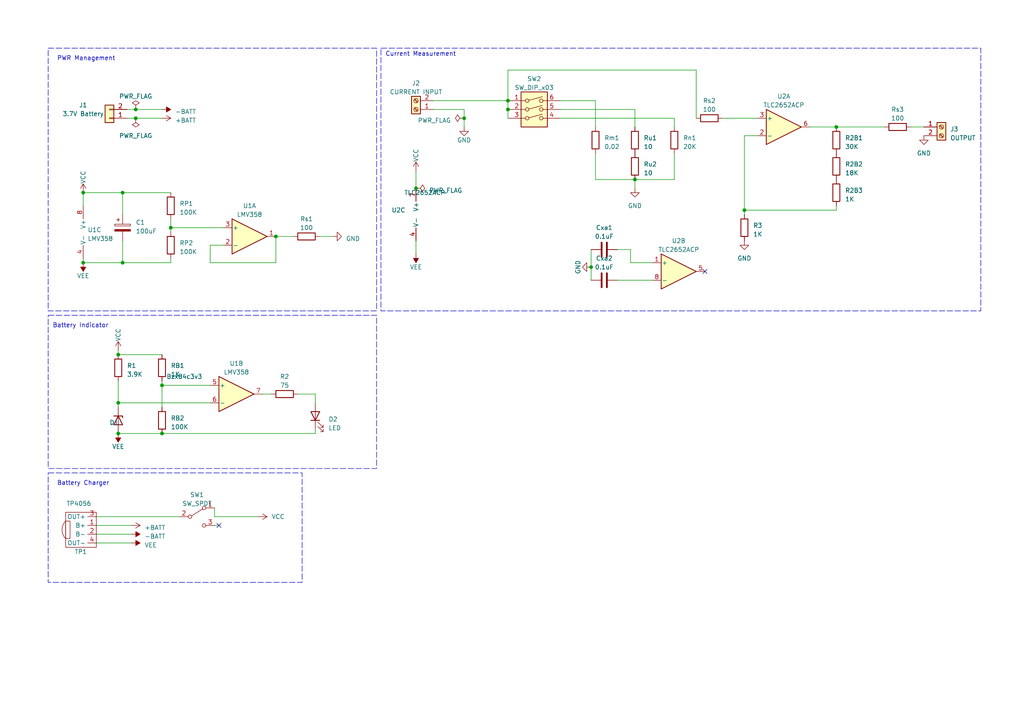
<source format=kicad_sch>
(kicad_sch (version 20230121) (generator eeschema)
  (paper "A4")
  (lib_symbols
    (symbol "Amplifier_Operational:LMV358" (pin_names (offset 0.127))
      (property "Reference" "U" (at 0 5.08 0))
      (property "Value" "LMV358" (at 0 -5.08 0))
      (symbol "LMV358_1_1"
        (polyline (pts (xy -5.08 5.08) (xy 5.08 0) (xy -5.08 -5.08) (xy -5.08 5.08)) (stroke (width 0.254)) (fill (type background)))
        (pin output line (at 7.62 0 180) (length 2.54) (name "~") (number "1"))
        (pin input line (at -7.62 -2.54 0) (length 2.54) (name "-") (number "2"))
        (pin input line (at -7.62 2.54 0) (length 2.54) (name "+") (number "3"))
      )
      (symbol "LMV358_2_1"
        (polyline (pts (xy -5.08 5.08) (xy 5.08 0) (xy -5.08 -5.08) (xy -5.08 5.08)) (stroke (width 0.254)) (fill (type background)))
        (pin input line (at -7.62 2.54 0) (length 2.54) (name "+") (number "5"))
        (pin input line (at -7.62 -2.54 0) (length 2.54) (name "-") (number "6"))
        (pin output line (at 7.62 0 180) (length 2.54) (name "~") (number "7"))
      )
      (symbol "LMV358_3_1"
        (pin power_in line (at -2.54 -7.62 90) (length 3.81) (name "V-") (number "4"))
        (pin power_in line (at -2.54 7.62 270) (length 3.81) (name "V+") (number "8"))
      )
    )
    (symbol "Connector:Screw_Terminal_01x02" (pin_names (offset 1.016) hide)
      (property "Reference" "J" (at 0 2.54 0))
      (property "Value" "Screw_Terminal_01x02" (at 0 -5.08 0))
      (symbol "Screw_Terminal_01x02_1_1"
        (rectangle (start -1.27 1.27) (end 1.27 -3.81) (stroke (width 0.254)) (fill (type background)))
        (circle (center 0 -2.54) (radius 0.635) (stroke (width 0.1524)))
        (polyline (pts (xy -0.5334 -2.2098) (xy 0.3302 -3.048)) (stroke (width 0.1524)))
        (polyline (pts (xy -0.5334 0.3302) (xy 0.3302 -0.508)) (stroke (width 0.1524)))
        (polyline (pts (xy -0.3556 -2.032) (xy 0.508 -2.8702)) (stroke (width 0.1524)))
        (polyline (pts (xy -0.3556 0.508) (xy 0.508 -0.3302)) (stroke (width 0.1524)))
        (circle (center 0 0) (radius 0.635) (stroke (width 0.1524)))
        (pin passive line (at -5.08 0 0) (length 3.81) (name "Pin_1") (number "1"))
        (pin passive line (at -5.08 -2.54 0) (length 3.81) (name "Pin_2") (number "2"))
      )
    )
    (symbol "Connector_Generic:Conn_01x02" (pin_names (offset 1.016) hide)
      (property "Reference" "J" (at 0 2.54 0))
      (property "Value" "Conn_01x02" (at 0 -5.08 0))
      (symbol "Conn_01x02_1_1"
        (rectangle (start -1.27 -2.413) (end 0 -2.667) (stroke (width 0.1524)))
        (rectangle (start -1.27 0.127) (end 0 -0.127) (stroke (width 0.1524)))
        (rectangle (start -1.27 1.27) (end 1.27 -3.81) (stroke (width 0.254)) (fill (type background)))
        (pin passive line (at -5.08 0 0) (length 3.81) (name "Pin_1") (number "1"))
        (pin passive line (at -5.08 -2.54 0) (length 3.81) (name "Pin_2") (number "2"))
      )
    )
    (symbol "Device:C" (pin_numbers hide) (pin_names (offset 0.254))
      (property "Reference" "C" (at 0.635 2.54 0))
      (property "Value" "C" (at 0.635 -2.54 0))
      (symbol "C_0_1"
        (polyline (pts (xy -2.032 -0.762) (xy 2.032 -0.762)) (stroke (width 0.508)))
        (polyline (pts (xy -2.032 0.762) (xy 2.032 0.762)) (stroke (width 0.508)))
      )
      (symbol "C_1_1"
        (pin passive line (at 0 3.81 270) (length 2.794) (name "~") (number "1"))
        (pin passive line (at 0 -3.81 90) (length 2.794) (name "~") (number "2"))
      )
    )
    (symbol "Device:C_Polarized" (pin_numbers hide) (pin_names (offset 0.254))
      (property "Reference" "C" (at 0.635 2.54 0))
      (property "Value" "C_Polarized" (at 0.635 -2.54 0))
      (symbol "C_Polarized_0_1"
        (rectangle (start -2.286 0.508) (end 2.286 1.016))
        (polyline (pts (xy -1.778 2.286) (xy -0.762 2.286)))
        (polyline (pts (xy -1.27 2.794) (xy -1.27 1.778)))
        (rectangle (start 2.286 -0.508) (end -2.286 -1.016) (fill (type outline)))
      )
      (symbol "C_Polarized_1_1"
        (pin passive line (at 0 3.81 270) (length 2.794) (name "~") (number "1"))
        (pin passive line (at 0 -3.81 90) (length 2.794) (name "~") (number "2"))
      )
    )
    (symbol "Device:LED" (pin_numbers hide) (pin_names (offset 1.016) hide)
      (property "Reference" "D" (at 0 2.54 0))
      (property "Value" "LED" (at 0 -2.54 0))
      (symbol "LED_0_1"
        (polyline (pts (xy -1.27 -1.27) (xy -1.27 1.27)) (stroke (width 0.254)))
        (polyline (pts (xy -1.27 0) (xy 1.27 0)))
        (polyline (pts (xy 1.27 -1.27) (xy 1.27 1.27) (xy -1.27 0) (xy 1.27 -1.27)) (stroke (width 0.254)))
        (polyline (pts (xy -3.048 -0.762) (xy -4.572 -2.286) (xy -3.81 -2.286) (xy -4.572 -2.286) (xy -4.572 -1.524)))
        (polyline (pts (xy -1.778 -0.762) (xy -3.302 -2.286) (xy -2.54 -2.286) (xy -3.302 -2.286) (xy -3.302 -1.524)))
      )
      (symbol "LED_1_1"
        (pin passive line (at -3.81 0 0) (length 2.54) (name "K") (number "1"))
        (pin passive line (at 3.81 0 180) (length 2.54) (name "A") (number "2"))
      )
    )
    (symbol "Device:R" (pin_numbers hide) (pin_names (offset 0))
      (property "Reference" "R" (at 2.032 0 90))
      (property "Value" "R" (at 0 0 90))
      (symbol "R_0_1"
        (rectangle (start -1.016 -2.54) (end 1.016 2.54) (stroke (width 0.254)))
      )
      (symbol "R_1_1"
        (pin passive line (at 0 3.81 270) (length 1.27) (name "~") (number "1"))
        (pin passive line (at 0 -3.81 90) (length 1.27) (name "~") (number "2"))
      )
    )
    (symbol "Diode:1N47xxA" (pin_numbers hide) (pin_names hide)
      (property "Reference" "D1" (at 0.635 -2.54 90))
      (property "Value" "Bzx84c3v3" (at -12.7 13.97 90))
      (symbol "1N47xxA_0_1"
        (polyline (pts (xy 1.27 0) (xy -1.27 0)))
        (polyline (pts (xy -1.27 -1.27) (xy -1.27 1.27) (xy -0.762 1.27)) (stroke (width 0.254)))
        (polyline (pts (xy 1.27 -1.27) (xy 1.27 1.27) (xy -1.27 0) (xy 1.27 -1.27)) (stroke (width 0.254)))
      )
      (symbol "1N47xxA_1_1"
        (pin passive line (at 3.81 0 180) (length 2.54) (name "A") (number "1"))
        (pin passive line (at -3.81 0 0) (length 2.54) (name "K") (number "2"))
      )
    )
    (symbol "Switch:SW_DIP_x03" (pin_names (offset 0) hide)
      (property "Reference" "SW" (at 0 8.89 0))
      (property "Value" "SW_DIP_x03" (at 0 -3.81 0))
      (symbol "SW_DIP_x03_0_0"
        (circle (center -2.032 0) (radius 0.508))
        (circle (center -2.032 2.54) (radius 0.508))
        (circle (center -2.032 5.08) (radius 0.508))
        (polyline (pts (xy -1.524 0.127) (xy 2.3622 1.1684)))
        (polyline (pts (xy -1.524 2.667) (xy 2.3622 3.7084)))
        (polyline (pts (xy -1.524 5.207) (xy 2.3622 6.2484)))
        (circle (center 2.032 0) (radius 0.508))
        (circle (center 2.032 2.54) (radius 0.508))
        (circle (center 2.032 5.08) (radius 0.508))
      )
      (symbol "SW_DIP_x03_0_1"
        (rectangle (start -3.81 7.62) (end 3.81 -2.54) (stroke (width 0.254)) (fill (type background)))
      )
      (symbol "SW_DIP_x03_1_1"
        (pin passive line (at -7.62 5.08 0) (length 5.08) (name "~") (number "1"))
        (pin passive line (at -7.62 2.54 0) (length 5.08) (name "~") (number "2"))
        (pin passive line (at -7.62 0 0) (length 5.08) (name "~") (number "3"))
        (pin passive line (at 7.62 0 180) (length 5.08) (name "~") (number "4"))
        (pin passive line (at 7.62 2.54 180) (length 5.08) (name "~") (number "5"))
        (pin passive line (at 7.62 5.08 180) (length 5.08) (name "~") (number "6"))
      )
    )
    (symbol "Switch:SW_SPDT" (pin_names (offset 0) hide)
      (property "Reference" "SW" (at 0 4.318 0))
      (property "Value" "SW_SPDT" (at 0 -5.08 0))
      (symbol "SW_SPDT_0_0"
        (circle (center -2.032 0) (radius 0.508))
        (circle (center 2.032 -2.54) (radius 0.508))
      )
      (symbol "SW_SPDT_0_1"
        (polyline (pts (xy -1.524 0.254) (xy 1.651 2.286)))
        (circle (center 2.032 2.54) (radius 0.508))
      )
      (symbol "SW_SPDT_1_1"
        (pin passive line (at 5.08 2.54 180) (length 2.54) (name "A") (number "1"))
        (pin passive line (at -5.08 0 0) (length 2.54) (name "B") (number "2"))
        (pin passive line (at 5.08 -2.54 180) (length 2.54) (name "C") (number "3"))
      )
    )
    (symbol "TL072_1" (pin_names (offset 0.127))
      (property "Reference" "U2" (at 0 8.89 0))
      (property "Value" "TLC2652ACP" (at 0 6.35 0))
      (symbol "TL072_1_1_1"
        (polyline (pts (xy -5.08 5.08) (xy 5.08 0) (xy -5.08 -5.08) (xy -5.08 5.08)) (stroke (width 0.254)) (fill (type background)))
        (pin input line (at -7.62 -2.54 0) (length 2.54) (name "-") (number "2"))
        (pin input line (at -7.62 2.54 0) (length 2.54) (name "+") (number "3"))
        (pin output line (at 7.62 0 180) (length 2.54) (name "~") (number "6"))
      )
      (symbol "TL072_1_2_1"
        (polyline (pts (xy -5.08 5.08) (xy 5.08 0) (xy -5.08 -5.08) (xy -5.08 5.08)) (stroke (width 0.254)) (fill (type background)))
        (pin input line (at -7.62 2.54 0) (length 2.54) (name "+") (number "1"))
        (pin output line (at 7.62 0 180) (length 2.54) (name "~") (number "5"))
        (pin input line (at -7.62 -2.54 0) (length 2.54) (name "-") (number "8"))
      )
      (symbol "TL072_1_3_1"
        (pin power_in line (at -2.54 -7.62 90) (length 3.81) (name "V-") (number "4"))
        (pin power_in line (at -2.54 7.62 270) (length 3.81) (name "V+") (number "7"))
      )
    )
    (symbol "TL072_2" (pin_names (offset 0.127))
      (property "Reference" "U2" (at 0 8.89 0))
      (property "Value" "TLC2652ACP" (at 0 6.35 0))
      (symbol "TL072_2_1_1"
        (polyline (pts (xy -5.08 5.08) (xy 5.08 0) (xy -5.08 -5.08) (xy -5.08 5.08)) (stroke (width 0.254)) (fill (type background)))
        (pin input line (at -7.62 -2.54 0) (length 2.54) (name "-") (number "2"))
        (pin input line (at -7.62 2.54 0) (length 2.54) (name "+") (number "3"))
        (pin output line (at 7.62 0 180) (length 2.54) (name "~") (number "6"))
      )
      (symbol "TL072_2_2_1"
        (polyline (pts (xy -5.08 5.08) (xy 5.08 0) (xy -5.08 -5.08) (xy -5.08 5.08)) (stroke (width 0.254)) (fill (type background)))
        (pin input line (at -7.62 2.54 0) (length 2.54) (name "+") (number "1"))
        (pin output line (at 7.62 0 180) (length 2.54) (name "~") (number "5"))
        (pin input line (at -7.62 -2.54 0) (length 2.54) (name "-") (number "8"))
      )
      (symbol "TL072_2_3_1"
        (pin power_in line (at -2.54 -7.62 90) (length 3.81) (name "V-") (number "4"))
        (pin power_in line (at -2.54 7.62 270) (length 3.81) (name "V+") (number "7"))
      )
    )
    (symbol "TP4056:TP4056-mod"
      (property "Reference" "TP1" (at 0 2.54 90))
      (property "Value" "TP4056" (at -7.62 -1.27 90))
      (symbol "TP4056-mod_0_1"
        (rectangle (start -5.08 3.81) (end 5.08 -5.08))
        (arc (start -2.54 -5.08) (mid 0 -6.1321) (end 2.54 -5.08))
        (rectangle (start -2.54 -3.81) (end 2.54 -5.08))
      )
      (symbol "TP4056-mod_1_1"
        (pin input line (at -1.27 3.81 270) (length 2.54) (name "B+") (number "1"))
        (pin input line (at 1.27 3.81 270) (length 2.54) (name "B-") (number "2"))
        (pin output line (at -3.81 3.81 270) (length 2.54) (name "OUT+") (number "3"))
        (pin output line (at 3.81 3.81 270) (length 2.54) (name "OUT-") (number "4"))
      )
    )
    (symbol "power:+BATT" (power) (pin_names (offset 0))
      (property "Value" "+BATT" (at 0 3.556 0))
      (symbol "+BATT_0_1"
        (polyline (pts (xy -0.762 1.27) (xy 0 2.54)))
        (polyline (pts (xy 0 0) (xy 0 2.54)))
        (polyline (pts (xy 0 2.54) (xy 0.762 1.27)))
      )
      (symbol "+BATT_1_1"
        (pin power_in line (at 0 0 90) (length 0) hide (name "+BATT") (number "1"))
      )
    )
    (symbol "power:-BATT" (power) (pin_names (offset 0))
      (property "Value" "-BATT" (at 0 3.556 0))
      (symbol "-BATT_0_1"
        (polyline (pts (xy 0 0) (xy 0 2.54)))
        (polyline (pts (xy 0.762 1.27) (xy -0.762 1.27) (xy 0 2.54) (xy 0.762 1.27)) (fill (type outline)))
      )
      (symbol "-BATT_1_1"
        (pin power_in line (at 0 0 90) (length 0) hide (name "-BATT") (number "1"))
      )
    )
    (symbol "power:GND" (power) (pin_names (offset 0))
      (property "Value" "GND" (at 0 -3.81 0))
      (symbol "GND_0_1"
        (polyline (pts (xy 0 0) (xy 0 -1.27) (xy 1.27 -1.27) (xy 0 -2.54) (xy -1.27 -1.27) (xy 0 -1.27)))
      )
      (symbol "GND_1_1"
        (pin power_in line (at 0 0 270) (length 0) hide (name "GND") (number "1"))
      )
    )
    (symbol "power:PWR_FLAG" (power) (pin_numbers hide) (pin_names (offset 0) hide)
      (property "Value" "PWR_FLAG" (at 0 3.81 0))
      (symbol "PWR_FLAG_0_0"
        (pin power_out line (at 0 0 90) (length 0) (name "pwr") (number "1"))
      )
      (symbol "PWR_FLAG_0_1"
        (polyline (pts (xy 0 0) (xy 0 1.27) (xy -1.016 1.905) (xy 0 2.54) (xy 1.016 1.905) (xy 0 1.27)))
      )
    )
    (symbol "power:VCC" (power) (pin_names (offset 0))
      (property "Value" "VCC" (at 0 3.81 0))
      (symbol "VCC_0_1"
        (polyline (pts (xy -0.762 1.27) (xy 0 2.54)))
        (polyline (pts (xy 0 0) (xy 0 2.54)))
        (polyline (pts (xy 0 2.54) (xy 0.762 1.27)))
      )
      (symbol "VCC_1_1"
        (pin power_in line (at 0 0 90) (length 0) hide (name "VCC") (number "1"))
      )
    )
    (symbol "power:VEE" (power) (pin_names (offset 0))
      (property "Value" "VEE" (at 0 3.81 0))
      (symbol "VEE_0_1"
        (polyline (pts (xy 0 0) (xy 0 2.54)))
        (polyline (pts (xy 0.762 1.27) (xy -0.762 1.27) (xy 0 2.54) (xy 0.762 1.27)) (fill (type outline)))
      )
      (symbol "VEE_1_1"
        (pin power_in line (at 0 0 90) (length 0) hide (name "VEE") (number "1"))
      )
    )
  )
  (junction (at 171.45 77.47))
  (junction (at 24.13 76.2))
  (junction (at 39.37 31.75))
  (junction (at 35.56 76.2))
  (junction (at 46.99 111.76))
  (junction (at 49.53 66.04))
  (junction (at 242.57 36.83))
  (junction (at 46.99 125.73))
  (junction (at 147.32 31.75))
  (junction (at 39.37 34.29))
  (junction (at 34.29 125.73))
  (junction (at 215.9 60.96))
  (junction (at 184.15 52.07))
  (junction (at 147.32 29.21))
  (junction (at 80.01 68.58))
  (junction (at 34.29 116.84))
  (junction (at 35.56 55.88))
  (junction (at 134.62 34.29))
  (junction (at 34.29 102.87))
  (junction (at 120.65 54.61))
  (junction (at 24.13 55.88))
  (no_connect (at 63.5 152.4))
  (no_connect (at 204.47 78.74))
  (wire (pts (xy 134.62 31.75) (xy 134.62 34.29)))
  (wire (pts (xy 172.72 29.21) (xy 172.72 36.83)))
  (wire (pts (xy 39.37 31.75) (xy 46.99 31.75)))
  (wire (pts (xy 92.71 68.58) (xy 96.52 68.58)))
  (wire (pts (xy 91.44 125.73) (xy 46.99 125.73)))
  (wire (pts (xy 27.94 154.94) (xy 38.1 154.94)))
  (wire (pts (xy 63.5 152.4) (xy 62.23 152.4)))
  (wire (pts (xy 36.83 31.75) (xy 39.37 31.75)))
  (wire (pts (xy 172.72 44.45) (xy 172.72 52.07)))
  (wire (pts (xy 172.72 52.07) (xy 184.15 52.07)))
  (wire (pts (xy 76.2 114.3) (xy 78.74 114.3)))
  (wire (pts (xy 35.56 76.2) (xy 49.53 76.2)))
  (wire (pts (xy 179.07 72.39) (xy 182.88 72.39)))
  (wire (pts (xy 24.13 76.2) (xy 35.56 76.2)))
  (wire (pts (xy 184.15 54.61) (xy 184.15 52.07)))
  (wire (pts (xy 184.15 31.75) (xy 184.15 36.83)))
  (wire (pts (xy 27.94 157.48) (xy 38.1 157.48)))
  (wire (pts (xy 182.88 76.2) (xy 189.23 76.2)))
  (wire (pts (xy 86.36 114.3) (xy 91.44 114.3)))
  (wire (pts (xy 184.15 52.07) (xy 195.58 52.07)))
  (wire (pts (xy 62.23 149.86) (xy 74.93 149.86)))
  (wire (pts (xy 162.56 29.21) (xy 172.72 29.21)))
  (wire (pts (xy 201.93 20.32) (xy 201.93 34.29)))
  (wire (pts (xy 215.9 62.23) (xy 215.9 60.96)))
  (wire (pts (xy 195.58 34.29) (xy 195.58 36.83)))
  (wire (pts (xy 34.29 102.87) (xy 46.99 102.87)))
  (wire (pts (xy 171.45 72.39) (xy 171.45 77.47)))
  (wire (pts (xy 36.83 34.29) (xy 39.37 34.29)))
  (wire (pts (xy 24.13 55.88) (xy 35.56 55.88)))
  (wire (pts (xy 134.62 34.29) (xy 134.62 36.83)))
  (wire (pts (xy 147.32 29.21) (xy 147.32 31.75)))
  (wire (pts (xy 162.56 31.75) (xy 184.15 31.75)))
  (wire (pts (xy 182.88 72.39) (xy 182.88 76.2)))
  (wire (pts (xy 242.57 36.83) (xy 256.54 36.83)))
  (wire (pts (xy 24.13 59.69) (xy 24.13 55.88)))
  (wire (pts (xy 171.45 77.47) (xy 171.45 81.28)))
  (wire (pts (xy 34.29 116.84) (xy 60.96 116.84)))
  (wire (pts (xy 215.9 60.96) (xy 242.57 60.96)))
  (wire (pts (xy 39.37 34.29) (xy 46.99 34.29)))
  (wire (pts (xy 27.94 152.4) (xy 38.1 152.4)))
  (wire (pts (xy 60.96 76.2) (xy 80.01 76.2)))
  (wire (pts (xy 120.65 73.66) (xy 120.65 69.85)))
  (wire (pts (xy 209.55 34.29) (xy 219.71 34.29)))
  (wire (pts (xy 242.57 60.96) (xy 242.57 59.69)))
  (wire (pts (xy 120.65 49.53) (xy 120.65 54.61)))
  (wire (pts (xy 264.16 36.83) (xy 267.97 36.83)))
  (wire (pts (xy 125.73 29.21) (xy 147.32 29.21)))
  (wire (pts (xy 60.96 71.12) (xy 60.96 76.2)))
  (wire (pts (xy 147.32 29.21) (xy 147.32 20.32)))
  (wire (pts (xy 49.53 66.04) (xy 49.53 67.31)))
  (wire (pts (xy 162.56 34.29) (xy 195.58 34.29)))
  (wire (pts (xy 34.29 125.73) (xy 46.99 125.73)))
  (wire (pts (xy 35.56 55.88) (xy 49.53 55.88)))
  (wire (pts (xy 27.94 149.86) (xy 52.07 149.86)))
  (wire (pts (xy 35.56 55.88) (xy 35.56 62.23)))
  (wire (pts (xy 91.44 114.3) (xy 91.44 116.84)))
  (wire (pts (xy 35.56 69.85) (xy 35.56 76.2)))
  (wire (pts (xy 80.01 68.58) (xy 85.09 68.58)))
  (wire (pts (xy 215.9 39.37) (xy 215.9 60.96)))
  (wire (pts (xy 49.53 66.04) (xy 64.77 66.04)))
  (wire (pts (xy 179.07 81.28) (xy 189.23 81.28)))
  (wire (pts (xy 49.53 63.5) (xy 49.53 66.04)))
  (wire (pts (xy 34.29 101.6) (xy 34.29 102.87)))
  (wire (pts (xy 147.32 31.75) (xy 147.32 34.29)))
  (wire (pts (xy 91.44 124.46) (xy 91.44 125.73)))
  (wire (pts (xy 24.13 74.93) (xy 24.13 76.2)))
  (wire (pts (xy 46.99 111.76) (xy 60.96 111.76)))
  (wire (pts (xy 147.32 20.32) (xy 201.93 20.32)))
  (wire (pts (xy 46.99 111.76) (xy 46.99 118.11)))
  (wire (pts (xy 34.29 116.84) (xy 34.29 118.11)))
  (wire (pts (xy 80.01 76.2) (xy 80.01 68.58)))
  (wire (pts (xy 46.99 110.49) (xy 46.99 111.76)))
  (wire (pts (xy 125.73 31.75) (xy 134.62 31.75)))
  (wire (pts (xy 34.29 110.49) (xy 34.29 116.84)))
  (wire (pts (xy 49.53 76.2) (xy 49.53 74.93)))
  (wire (pts (xy 234.95 36.83) (xy 242.57 36.83)))
  (wire (pts (xy 60.96 71.12) (xy 64.77 71.12)))
  (wire (pts (xy 215.9 39.37) (xy 219.71 39.37)))
  (wire (pts (xy 62.23 147.32) (xy 62.23 149.86)))
  (wire (pts (xy 195.58 44.45) (xy 195.58 52.07)))
  (rectangle (start 13.97 91.44) (end 109.22 135.89) (stroke (width 0) (type dash)))
  (rectangle (start 13.97 13.97) (end 109.22 90.17) (stroke (width 0) (type dash)))
  (rectangle (start 110.49 13.97) (end 284.48 90.17) (stroke (width 0) (type dash)))
  (rectangle (start 13.97 137.16) (end 87.63 168.91) (stroke (width 0) (type dash)))
  (text "PWR Management\n" (at 16.51 17.78 0) (effects (font (size 1.27 1.27)) (justify left bottom)))
  (text "Battery Indicator\n" (at 15.24 95.25 0) (effects (font (size 1.27 1.27)) (justify left bottom)))
  (text "Current Measurement" (at 111.76 16.51 0) (effects (font (size 1.27 1.27)) (justify left bottom)))
  (text "Battery Charger" (at 16.51 140.97 0) (effects (font (size 1.27 1.27)) (justify left bottom)))
  (symbol (lib_id "power:GND") (at 96.52 68.58 90) (unit 1)
    (property "Reference" "#PWR011" (effects hide))
    (property "Value" "GND" (at 100.33 69.215 90) (effects (justify right)))
  )
  (symbol (lib_id "Device:R") (at 49.53 59.69 0) (unit 1)
    (property "Reference" "RP1" (at 52.07 59.055 0) (effects (justify left)))
    (property "Value" "100K" (at 52.07 61.595 0) (effects (justify left)))
    (property "Footprint" "Resistor_SMD:R_1206_3216Metric_Pad1.30x1.75mm_HandSolder" (effects hide))
  )
  (symbol (lib_id "Device:R") (at 49.53 71.12 0) (unit 1)
    (property "Reference" "RP2" (at 52.07 70.485 0) (effects (justify left)))
    (property "Value" "100K" (at 52.07 73.025 0) (effects (justify left)))
    (property "Footprint" "Resistor_SMD:R_1206_3216Metric_Pad1.30x1.75mm_HandSolder" (effects hide))
  )
  (symbol (lib_id "Device:C") (at 175.26 72.39 270) (unit 1)
    (property "Reference" "Cxa1" (at 175.26 66.04 90))
    (property "Value" "0.1uF" (at 175.26 68.58 90))
    (property "Footprint" "Capacitor_SMD:C_0805_2012Metric_Pad1.18x1.45mm_HandSolder" (effects hide))
  )
  (symbol (lib_id "Device:R") (at 260.35 36.83 90) (unit 1)
    (property "Reference" "Rs3" (at 260.35 31.75 90))
    (property "Value" "100" (at 260.35 34.29 90))
    (property "Footprint" "Resistor_SMD:R_1206_3216Metric_Pad1.30x1.75mm_HandSolder" (effects hide))
  )
  (symbol (lib_id "power:PWR_FLAG") (at 39.37 31.75 0) (unit 1)
    (property "Reference" "#FLG01" (effects hide))
    (property "Value" "PWR_FLAG" (at 39.37 27.94 0))
  )
  (symbol (lib_id "power:GND") (at 215.9 69.85 0) (unit 1)
    (property "Reference" "#PWR017" (effects hide))
    (property "Value" "GND" (at 215.9 74.93 0))
  )
  (symbol (lib_id "power:VEE") (at 34.29 125.73 180) (unit 1)
    (property "Reference" "#PWR04" (effects hide))
    (property "Value" "VEE" (at 34.29 129.54 0))
  )
  (symbol (lib_id "Switch:SW_DIP_x03") (at 154.94 34.29 0) (unit 1)
    (property "Reference" "SW2" (at 154.94 22.86 0))
    (property "Value" "SW_DIP_x03" (at 154.94 25.4 0))
    (property "Footprint" "Button_Switch_THT:SW_DIP_SPSTx03_Slide_9.78x9.8mm_W7.62mm_P2.54mm" (effects hide))
  )
  (symbol (lib_id "Device:R") (at 88.9 68.58 90) (unit 1)
    (property "Reference" "Rs1" (at 88.9 63.5 90))
    (property "Value" "100" (at 88.9 66.04 90))
    (property "Footprint" "Resistor_SMD:R_1206_3216Metric_Pad1.30x1.75mm_HandSolder" (effects hide))
  )
  (symbol (lib_id "Device:R") (at 172.72 40.64 0) (unit 1)
    (property "Reference" "Rm1" (at 175.26 40.005 0) (effects (justify left)))
    (property "Value" "0.02" (at 175.26 42.545 0) (effects (justify left)))
    (property "Footprint" "Custom:ShuntRes" (effects hide))
  )
  (symbol (lib_id "Amplifier_Operational:LMV358") (at 26.67 67.31 0) (unit 3)
    (property "Reference" "U1" (at 25.4 66.675 0) (effects (justify left)))
    (property "Value" "LMV358" (at 25.4 69.215 0) (effects (justify left)))
    (property "Footprint" "Custom:LMV358" (effects hide))
    (property "Datasheet" "http://www.ti.com/lit/ds/symlink/lmv324.pdf" (effects hide))
  )
  (symbol (lib_id "Device:R") (at 195.58 40.64 0) (unit 1)
    (property "Reference" "Rn1" (at 198.12 40.005 0) (effects (justify left)))
    (property "Value" "20K" (at 198.12 42.545 0) (effects (justify left)))
    (property "Footprint" "Resistor_SMD:R_1206_3216Metric_Pad1.30x1.75mm_HandSolder" (effects hide))
  )
  (symbol (lib_id "power:PWR_FLAG") (at 120.65 54.61 270) (unit 1)
    (property "Reference" "#FLG03" (effects hide))
    (property "Value" "PWR_FLAG" (at 124.46 55.245 90) (effects (justify left)))
  )
  (symbol (lib_id "Device:R") (at 46.99 106.68 0) (unit 1)
    (property "Reference" "RB1" (at 49.53 106.045 0) (effects (justify left)))
    (property "Value" "1K" (at 49.53 108.585 0) (effects (justify left)))
    (property "Footprint" "Resistor_SMD:R_1206_3216Metric_Pad1.30x1.75mm_HandSolder" (effects hide))
  )
  (symbol (lib_id "Device:R") (at 184.15 40.64 0) (unit 1)
    (property "Reference" "Ru1" (at 186.69 40.005 0) (effects (justify left)))
    (property "Value" "10" (at 186.69 42.545 0) (effects (justify left)))
    (property "Footprint" "Resistor_SMD:R_1206_3216Metric_Pad1.30x1.75mm_HandSolder" (effects hide))
  )
  (symbol (lib_id "power:+BATT") (at 38.1 152.4 270) (unit 1)
    (property "Reference" "#PWR05" (effects hide))
    (property "Value" "+BATT" (at 41.91 153.035 90) (effects (justify left)))
  )
  (symbol (lib_id "Device:R") (at 215.9 66.04 0) (unit 1)
    (property "Reference" "R3" (at 218.44 65.405 0) (effects (justify left)))
    (property "Value" "1K" (at 218.44 67.945 0) (effects (justify left)))
    (property "Footprint" "Resistor_SMD:R_1206_3216Metric_Pad1.30x1.75mm_HandSolder" (effects hide))
  )
  (symbol (lib_id "power:GND") (at 267.97 39.37 0) (unit 1)
    (property "Reference" "#PWR018" (effects hide))
    (property "Value" "GND" (at 267.97 44.45 0))
  )
  (symbol (lib_name "TL072_2") (lib_id "Amplifier_Operational:TL072") (at 227.33 36.83 0) (unit 1)
    (property "Reference" "U2" (at 227.33 27.94 0))
    (property "Value" "TLC2652ACP" (at 227.33 30.48 0))
    (property "Footprint" "Package_DIP:DIP-8_W7.62mm_Socket" (effects hide))
    (property "Datasheet" "http://www.ti.com/lit/ds/symlink/tl071.pdf" (effects hide))
  )
  (symbol (lib_id "Device:C") (at 175.26 81.28 270) (unit 1)
    (property "Reference" "Cxa2" (at 175.26 74.93 90))
    (property "Value" "0.1uF" (at 175.26 77.47 90))
    (property "Footprint" "Capacitor_SMD:C_0805_2012Metric_Pad1.18x1.45mm_HandSolder" (effects hide))
  )
  (symbol (lib_id "Device:R") (at 82.55 114.3 90) (unit 1)
    (property "Reference" "R2" (at 82.55 109.22 90))
    (property "Value" "75" (at 82.55 111.76 90))
    (property "Footprint" "Resistor_SMD:R_1206_3216Metric_Pad1.30x1.75mm_HandSolder" (effects hide))
  )
  (symbol (lib_id "Device:R") (at 242.57 55.88 0) (unit 1)
    (property "Reference" "R2B3" (at 245.11 55.245 0) (effects (justify left)))
    (property "Value" "1K" (at 245.11 57.785 0) (effects (justify left)))
    (property "Footprint" "Resistor_SMD:R_1206_3216Metric_Pad1.30x1.75mm_HandSolder" (effects hide))
  )
  (symbol (lib_id "power:-BATT") (at 38.1 154.94 270) (unit 1)
    (property "Reference" "#PWR06" (effects hide))
    (property "Value" "-BATT" (at 41.91 155.575 90) (effects (justify left)))
  )
  (symbol (lib_id "Connector:Screw_Terminal_01x02") (at 120.65 31.75 180) (unit 1)
    (property "Reference" "J2" (at 120.65 24.13 0))
    (property "Value" "CURRENT INPUT" (at 120.65 26.67 0))
    (property "Footprint" "Connector:Banana_Jack_2Pin" (effects hide))
  )
  (symbol (lib_id "Device:R") (at 46.99 121.92 0) (unit 1)
    (property "Reference" "RB2" (at 49.53 121.285 0) (effects (justify left)))
    (property "Value" "100K" (at 49.53 123.825 0) (effects (justify left)))
    (property "Footprint" "Resistor_SMD:R_1206_3216Metric_Pad1.30x1.75mm_HandSolder" (effects hide))
  )
  (symbol (lib_id "power:VEE") (at 38.1 157.48 270) (unit 1)
    (property "Reference" "#PWR07" (effects hide))
    (property "Value" "VEE" (at 41.91 158.115 90) (effects (justify left)))
  )
  (symbol (lib_id "Device:R") (at 34.29 106.68 0) (unit 1)
    (property "Reference" "R1" (at 36.83 106.045 0) (effects (justify left)))
    (property "Value" "3.9K" (at 36.83 108.585 0) (effects (justify left)))
    (property "Footprint" "Resistor_SMD:R_1206_3216Metric_Pad1.30x1.75mm_HandSolder" (effects hide))
  )
  (symbol (lib_id "Device:LED") (at 91.44 120.65 90) (unit 1)
    (property "Reference" "D2" (at 95.25 121.6025 90) (effects (justify right)))
    (property "Value" "LED" (at 95.25 124.1425 90) (effects (justify right)))
    (property "Footprint" "LED_SMD:LED_1206_3216Metric_Pad1.42x1.75mm_HandSolder" (effects hide))
  )
  (symbol (lib_id "Amplifier_Operational:LMV358") (at 72.39 68.58 0) (unit 1)
    (property "Reference" "U1" (at 72.39 59.69 0))
    (property "Value" "LMV358" (at 72.39 62.23 0))
    (property "Footprint" "Custom:LMV358" (effects hide))
    (property "Datasheet" "http://www.ti.com/lit/ds/symlink/lmv324.pdf" (effects hide))
  )
  (symbol (lib_id "Device:C_Polarized") (at 35.56 66.04 0) (unit 1)
    (property "Reference" "C1" (at 39.37 64.516 0) (effects (justify left)))
    (property "Value" "100uF" (at 39.37 67.056 0) (effects (justify left)))
    (property "Footprint" "Capacitor_SMD:CP_Elec_5x5.9" (effects hide))
  )
  (symbol (lib_id "power:VCC") (at 74.93 149.86 270) (unit 1)
    (property "Reference" "#PWR010" (effects hide))
    (property "Value" "VCC" (at 78.74 149.86 90) (effects (justify left)))
  )
  (symbol (lib_id "power:PWR_FLAG") (at 134.62 34.29 90) (unit 1)
    (property "Reference" "#FLG04" (effects hide))
    (property "Value" "PWR_FLAG" (at 130.81 34.925 90) (effects (justify left)))
  )
  (symbol (lib_id "Device:R") (at 184.15 48.26 0) (unit 1)
    (property "Reference" "Ru2" (at 186.69 47.625 0) (effects (justify left)))
    (property "Value" "10" (at 186.69 50.165 0) (effects (justify left)))
    (property "Footprint" "Resistor_SMD:R_1206_3216Metric_Pad1.30x1.75mm_HandSolder" (effects hide))
  )
  (symbol (lib_id "TP4056:TP4056-mod") (at 24.13 153.67 270) (unit 1)
    (property "Reference" "TP1" (at 21.59 160.02 90) (effects (justify left)))
    (property "Value" "TP4056" (at 22.86 146.05 90))
    (property "Footprint" "TP4056:TP4056-Module" (effects hide))
  )
  (symbol (lib_id "power:GND") (at 171.45 77.47 270) (unit 1)
    (property "Reference" "#PWR015" (effects hide))
    (property "Value" "GND" (at 167.64 77.47 0))
  )
  (symbol (lib_id "power:PWR_FLAG") (at 39.37 34.29 180) (unit 1)
    (property "Reference" "#FLG02" (effects hide))
    (property "Value" "PWR_FLAG" (at 39.37 39.37 0))
  )
  (symbol (lib_id "Device:R") (at 242.57 48.26 0) (unit 1)
    (property "Reference" "R2B2" (at 245.11 47.625 0) (effects (justify left)))
    (property "Value" "18K" (at 245.11 50.165 0) (effects (justify left)))
    (property "Footprint" "Resistor_SMD:R_1206_3216Metric_Pad1.30x1.75mm_HandSolder" (effects hide))
  )
  (symbol (lib_id "power:VCC") (at 24.13 55.88 0) (unit 1)
    (property "Reference" "#PWR01" (effects hide))
    (property "Value" "VCC" (at 24.13 53.34 90) (effects (justify left)))
  )
  (symbol (lib_id "power:-BATT") (at 46.99 31.75 270) (unit 1)
    (property "Reference" "#PWR08" (effects hide))
    (property "Value" "-BATT" (at 50.8 32.385 90) (effects (justify left)))
  )
  (symbol (lib_id "Amplifier_Operational:LMV358") (at 68.58 114.3 0) (unit 2)
    (property "Reference" "U1" (at 68.58 105.41 0))
    (property "Value" "LMV358" (at 68.58 107.95 0))
    (property "Footprint" "Custom:LMV358" (effects hide))
    (property "Datasheet" "http://www.ti.com/lit/ds/symlink/lmv324.pdf" (effects hide))
  )
  (symbol (lib_id "Diode:1N47xxA") (at 34.29 121.92 270) (unit 1)
    (property "Reference" "D1" (at 31.75 122.555 90) (effects (justify left)))
    (property "Value" "Bzx84c3v3" (at 48.26 109.22 90) (effects (justify left)))
    (property "Footprint" "Diode_SMD:D_1206_3216Metric_Pad1.42x1.75mm_HandSolder" (effects hide))
    (property "Datasheet" "https://www.vishay.com/docs/85816/1n4728a.pdf" (effects hide))
  )
  (symbol (lib_id "Device:R") (at 242.57 40.64 0) (unit 1)
    (property "Reference" "R2B1" (at 245.11 40.005 0) (effects (justify left)))
    (property "Value" "30K" (at 245.11 42.545 0) (effects (justify left)))
    (property "Footprint" "Resistor_SMD:R_1206_3216Metric_Pad1.30x1.75mm_HandSolder" (effects hide))
  )
  (symbol (lib_name "TL072_1") (lib_id "Amplifier_Operational:TL072") (at 123.19 62.23 0) (unit 3)
    (property "Reference" "U2" (at 115.57 60.96 0))
    (property "Value" "TLC2652ACP" (at 123.19 55.88 0))
    (property "Footprint" "Package_DIP:DIP-8_W7.62mm_Socket" (effects hide))
    (property "Datasheet" "http://www.ti.com/lit/ds/symlink/tl071.pdf" (effects hide))
  )
  (symbol (lib_id "power:GND") (at 184.15 54.61 0) (unit 1)
    (property "Reference" "#PWR016" (effects hide))
    (property "Value" "GND" (at 184.15 59.69 0))
  )
  (symbol (lib_id "power:+BATT") (at 46.99 34.29 270) (unit 1)
    (property "Reference" "#PWR09" (effects hide))
    (property "Value" "+BATT" (at 50.8 34.925 90) (effects (justify left)))
  )
  (symbol (lib_id "power:VEE") (at 24.13 76.2 180) (unit 1)
    (property "Reference" "#PWR02" (effects hide))
    (property "Value" "VEE" (at 24.13 80.01 0))
  )
  (symbol (lib_name "TL072_2") (lib_id "Amplifier_Operational:TL072") (at 196.85 78.74 0) (unit 2)
    (property "Reference" "U2" (at 196.85 69.85 0))
    (property "Value" "TLC2652ACP" (at 196.85 72.39 0))
    (property "Footprint" "Package_DIP:DIP-8_W7.62mm_Socket" (effects hide))
    (property "Datasheet" "http://www.ti.com/lit/ds/symlink/tl071.pdf" (effects hide))
  )
  (symbol (lib_id "Switch:SW_SPDT") (at 57.15 149.86 0) (unit 1)
    (property "Reference" "SW1" (at 57.15 143.51 0))
    (property "Value" "SW_SPDT" (at 57.15 146.05 0))
    (property "Footprint" "Custom:Slide_Switch_SPDT_ThroughHole" (effects hide))
  )
  (symbol (lib_id "power:GND") (at 134.62 36.83 0) (unit 1)
    (property "Reference" "#PWR014" (effects hide))
    (property "Value" "GND" (at 134.62 40.64 0))
  )
  (symbol (lib_id "Connector_Generic:Conn_01x02") (at 31.75 34.29 180) (unit 1)
    (property "Reference" "J1" (at 24.13 30.48 0))
    (property "Value" "3.7V Battery" (at 24.13 33.02 0))
    (property "Footprint" "Battery:BatteryHolder_Keystone_1042_1x18650" (effects hide))
  )
  (symbol (lib_id "Device:R") (at 205.74 34.29 90) (unit 1)
    (property "Reference" "Rs2" (at 205.74 29.21 90))
    (property "Value" "100" (at 205.74 31.75 90))
    (property "Footprint" "Resistor_SMD:R_1206_3216Metric_Pad1.30x1.75mm_HandSolder" (effects hide))
  )
  (symbol (lib_id "power:VCC") (at 120.65 49.53 0) (unit 1)
    (property "Reference" "#PWR012" (effects hide))
    (property "Value" "VCC" (at 120.65 46.99 90) (effects (justify left)))
  )
  (symbol (lib_id "power:VCC") (at 34.29 101.6 0) (unit 1)
    (property "Reference" "#PWR03" (effects hide))
    (property "Value" "VCC" (at 34.29 99.06 90) (effects (justify left)))
  )
  (symbol (lib_id "power:VEE") (at 120.65 73.66 180) (unit 1)
    (property "Reference" "#PWR013" (effects hide))
    (property "Value" "VEE" (at 120.65 77.47 0))
  )
  (symbol (lib_id "Connector:Screw_Terminal_01x02") (at 273.05 36.83 0) (unit 1)
    (property "Reference" "J3" (at 275.59 37.465 0) (effects (justify left)))
    (property "Value" "OUTPUT" (at 275.59 40.005 0) (effects (justify left)))
    (property "Footprint" "Connector:Banana_Jack_2Pin" (effects hide))
  )
)
</source>
